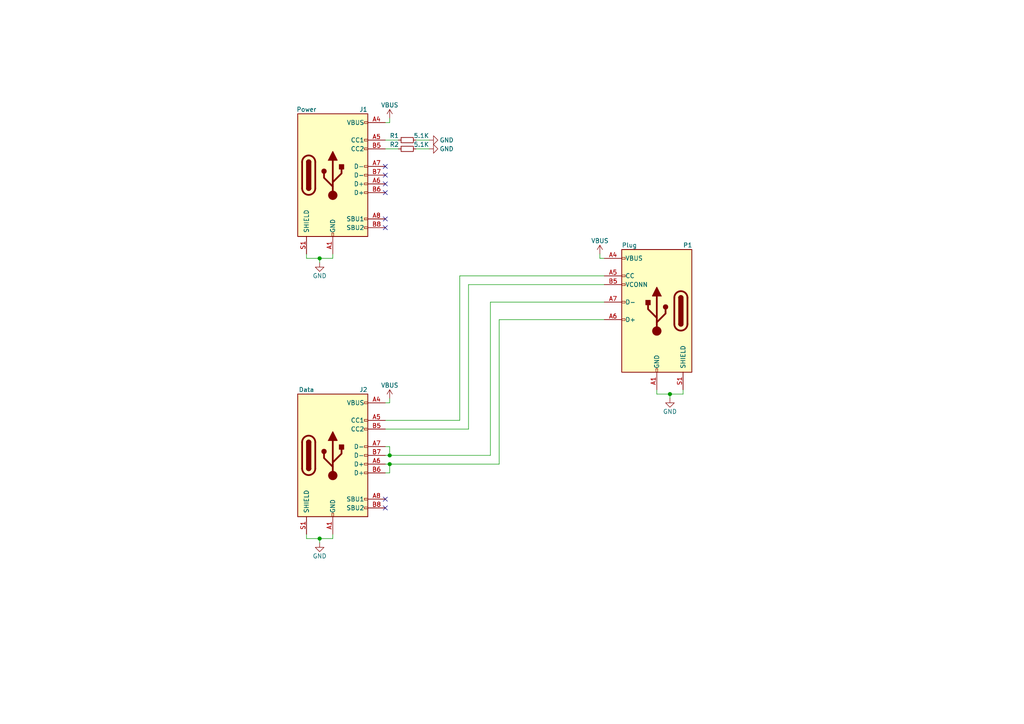
<source format=kicad_sch>
(kicad_sch (version 20210126) (generator eeschema)
  (paper "A4")
  (lib_symbols
    (symbol "Connector:USB_C_Plug_USB2.0" (pin_names (offset 1.016))
      (property "Reference" "P" (at -10.16 19.05 0))
      (property "Value" "USB_C_Plug_USB2.0" (at 12.7 19.05 0))
      (symbol "USB_C_Plug_USB2.0_0_0"
        (rectangle (start -0.254 -17.78) (end 0.254 -16.764))
        (rectangle (start 10.16 -2.286) (end 9.144 -2.794))
        (rectangle (start 10.16 2.794) (end 9.144 2.286))
        (rectangle (start 10.16 7.874) (end 9.144 7.366))
        (rectangle (start 10.16 10.414) (end 9.144 9.906))
        (rectangle (start 10.16 15.494) (end 9.144 14.986))
      )
      (symbol "USB_C_Plug_USB2.0_0_1"
        (arc (start -8.89 -3.81) (end -5.08 -3.81) (radius (at -6.985 -3.81) (length 1.905) (angles -179.9 -0.1)) (stroke (width 0.508)))
        (arc (start -7.62 -3.81) (end -6.35 -3.81) (radius (at -6.985 -3.81) (length 0.635) (angles -179.9 -0.1)) (stroke (width 0.254)))
        (arc (start -7.62 -3.81) (end -6.35 -3.81) (radius (at -6.985 -3.81) (length 0.635) (angles -179.9 -0.1)) (stroke (width 0.254)) (fill (type outline)))
        (arc (start -6.35 3.81) (end -7.62 3.81) (radius (at -6.985 3.81) (length 0.635) (angles 0.1 179.9)) (stroke (width 0.254)) (fill (type outline)))
        (arc (start -6.35 3.81) (end -7.62 3.81) (radius (at -6.985 3.81) (length 0.635) (angles 0.1 179.9)) (stroke (width 0.254)))
        (arc (start -5.08 3.81) (end -8.89 3.81) (radius (at -6.985 3.81) (length 1.905) (angles 0.1 179.9)) (stroke (width 0.508)))
        (circle (center -2.54 1.143) (radius 0.635) (stroke (width 0.254)) (fill (type outline)))
        (circle (center 0 -5.842) (radius 1.27) (fill (type outline)))
        (rectangle (start -10.16 17.78) (end 10.16 -17.78) (stroke (width 0.254)) (fill (type background)))
        (rectangle (start -7.62 -3.81) (end -6.35 3.81) (stroke (width 0.254)) (fill (type outline)))
        (rectangle (start 1.905 1.778) (end 3.175 3.048) (stroke (width 0.254)) (fill (type outline)))
        (polyline (pts (xy -8.89 -3.81) (xy -8.89 3.81)) (stroke (width 0.508)))
        (polyline (pts (xy -5.08 3.81) (xy -5.08 -3.81)) (stroke (width 0.508)))
        (polyline (pts (xy 0 -5.842) (xy 0 4.318)) (stroke (width 0.508)))
        (polyline (pts (xy 0 -3.302) (xy -2.54 -0.762) (xy -2.54 0.508)) (stroke (width 0.508)))
        (polyline (pts (xy 0 -2.032) (xy 2.54 0.508) (xy 2.54 1.778)) (stroke (width 0.508)))
        (polyline (pts (xy -1.27 4.318) (xy 0 6.858) (xy 1.27 4.318) (xy -1.27 4.318)) (stroke (width 0.254)) (fill (type outline)))
      )
      (symbol "USB_C_Plug_USB2.0_1_1"
        (pin passive line (at 0 -22.86 90) (length 5.08) (name "GND") (number "A1"))
        (pin passive line (at 0 -22.86 90) (length 5.08) hide (name "GND") (number "A12"))
        (pin passive line (at 15.24 15.24 180) (length 5.08) (name "VBUS") (number "A4"))
        (pin bidirectional line (at 15.24 10.16 180) (length 5.08) (name "CC") (number "A5"))
        (pin bidirectional line (at 15.24 -2.54 180) (length 5.08) (name "D+") (number "A6"))
        (pin bidirectional line (at 15.24 2.54 180) (length 5.08) (name "D-") (number "A7"))
        (pin passive line (at 15.24 15.24 180) (length 5.08) hide (name "VBUS") (number "A9"))
        (pin passive line (at 0 -22.86 90) (length 5.08) hide (name "GND") (number "B1"))
        (pin passive line (at 0 -22.86 90) (length 5.08) hide (name "GND") (number "B12"))
        (pin passive line (at 15.24 15.24 180) (length 5.08) hide (name "VBUS") (number "B4"))
        (pin bidirectional line (at 15.24 7.62 180) (length 5.08) (name "VCONN") (number "B5"))
        (pin passive line (at 15.24 15.24 180) (length 5.08) hide (name "VBUS") (number "B9"))
        (pin passive line (at -7.62 -22.86 90) (length 5.08) (name "SHIELD") (number "S1"))
      )
    )
    (symbol "Connector:USB_C_Receptacle_USB2.0" (pin_names (offset 1.016))
      (property "Reference" "J" (at -10.16 19.05 0))
      (property "Value" "USB_C_Receptacle_USB2.0" (at 19.05 19.05 0))
      (symbol "USB_C_Receptacle_USB2.0_0_0"
        (rectangle (start -0.254 -17.78) (end 0.254 -16.764))
        (rectangle (start 10.16 -14.986) (end 9.144 -15.494))
        (rectangle (start 10.16 -12.446) (end 9.144 -12.954))
        (rectangle (start 10.16 -4.826) (end 9.144 -5.334))
        (rectangle (start 10.16 -2.286) (end 9.144 -2.794))
        (rectangle (start 10.16 0.254) (end 9.144 -0.254))
        (rectangle (start 10.16 2.794) (end 9.144 2.286))
        (rectangle (start 10.16 7.874) (end 9.144 7.366))
        (rectangle (start 10.16 10.414) (end 9.144 9.906))
        (rectangle (start 10.16 15.494) (end 9.144 14.986))
      )
      (symbol "USB_C_Receptacle_USB2.0_0_1"
        (arc (start -8.89 -3.81) (end -5.08 -3.81) (radius (at -6.985 -3.81) (length 1.905) (angles -179.9 -0.1)) (stroke (width 0.508)))
        (arc (start -7.62 -3.81) (end -6.35 -3.81) (radius (at -6.985 -3.81) (length 0.635) (angles -179.9 -0.1)) (stroke (width 0.254)))
        (arc (start -7.62 -3.81) (end -6.35 -3.81) (radius (at -6.985 -3.81) (length 0.635) (angles -179.9 -0.1)) (stroke (width 0.254)) (fill (type outline)))
        (arc (start -6.35 3.81) (end -7.62 3.81) (radius (at -6.985 3.81) (length 0.635) (angles 0.1 179.9)) (stroke (width 0.254)) (fill (type outline)))
        (arc (start -6.35 3.81) (end -7.62 3.81) (radius (at -6.985 3.81) (length 0.635) (angles 0.1 179.9)) (stroke (width 0.254)))
        (arc (start -5.08 3.81) (end -8.89 3.81) (radius (at -6.985 3.81) (length 1.905) (angles 0.1 179.9)) (stroke (width 0.508)))
        (circle (center -2.54 1.143) (radius 0.635) (stroke (width 0.254)) (fill (type outline)))
        (circle (center 0 -5.842) (radius 1.27) (fill (type outline)))
        (rectangle (start -10.16 17.78) (end 10.16 -17.78) (stroke (width 0.254)) (fill (type background)))
        (rectangle (start -7.62 -3.81) (end -6.35 3.81) (stroke (width 0.254)) (fill (type outline)))
        (rectangle (start 1.905 1.778) (end 3.175 3.048) (stroke (width 0.254)) (fill (type outline)))
        (polyline (pts (xy -8.89 -3.81) (xy -8.89 3.81)) (stroke (width 0.508)))
        (polyline (pts (xy -5.08 3.81) (xy -5.08 -3.81)) (stroke (width 0.508)))
        (polyline (pts (xy 0 -5.842) (xy 0 4.318)) (stroke (width 0.508)))
        (polyline (pts (xy 0 -3.302) (xy -2.54 -0.762) (xy -2.54 0.508)) (stroke (width 0.508)))
        (polyline (pts (xy 0 -2.032) (xy 2.54 0.508) (xy 2.54 1.778)) (stroke (width 0.508)))
        (polyline (pts (xy -1.27 4.318) (xy 0 6.858) (xy 1.27 4.318) (xy -1.27 4.318)) (stroke (width 0.254)) (fill (type outline)))
      )
      (symbol "USB_C_Receptacle_USB2.0_1_1"
        (pin passive line (at 0 -22.86 90) (length 5.08) (name "GND") (number "A1"))
        (pin passive line (at 0 -22.86 90) (length 5.08) hide (name "GND") (number "A12"))
        (pin passive line (at 15.24 15.24 180) (length 5.08) (name "VBUS") (number "A4"))
        (pin bidirectional line (at 15.24 10.16 180) (length 5.08) (name "CC1") (number "A5"))
        (pin bidirectional line (at 15.24 -2.54 180) (length 5.08) (name "D+") (number "A6"))
        (pin bidirectional line (at 15.24 2.54 180) (length 5.08) (name "D-") (number "A7"))
        (pin bidirectional line (at 15.24 -12.7 180) (length 5.08) (name "SBU1") (number "A8"))
        (pin passive line (at 15.24 15.24 180) (length 5.08) hide (name "VBUS") (number "A9"))
        (pin passive line (at 0 -22.86 90) (length 5.08) hide (name "GND") (number "B1"))
        (pin passive line (at 0 -22.86 90) (length 5.08) hide (name "GND") (number "B12"))
        (pin passive line (at 15.24 15.24 180) (length 5.08) hide (name "VBUS") (number "B4"))
        (pin bidirectional line (at 15.24 7.62 180) (length 5.08) (name "CC2") (number "B5"))
        (pin bidirectional line (at 15.24 -5.08 180) (length 5.08) (name "D+") (number "B6"))
        (pin bidirectional line (at 15.24 0 180) (length 5.08) (name "D-") (number "B7"))
        (pin bidirectional line (at 15.24 -15.24 180) (length 5.08) (name "SBU2") (number "B8"))
        (pin passive line (at 15.24 15.24 180) (length 5.08) hide (name "VBUS") (number "B9"))
        (pin passive line (at -7.62 -22.86 90) (length 5.08) (name "SHIELD") (number "S1"))
      )
    )
    (symbol "Device:R_Small" (pin_numbers hide) (pin_names (offset 0.254) hide)
      (property "Reference" "R" (at 0.762 0.508 0))
      (property "Value" "R_Small" (at 0.762 -1.016 0))
      (symbol "R_Small_0_1"
        (rectangle (start -0.762 1.778) (end 0.762 -1.778) (stroke (width 0.2032)))
      )
      (symbol "R_Small_1_1"
        (pin passive line (at 0 2.54 270) (length 0.762) (name "~") (number "1"))
        (pin passive line (at 0 -2.54 90) (length 0.762) (name "~") (number "2"))
      )
    )
    (symbol "power:GND" (power) (pin_names (offset 0))
      (property "Value" "GND" (at 0 -3.81 0))
      (symbol "GND_0_1"
        (polyline (pts (xy 0 0) (xy 0 -1.27) (xy 1.27 -1.27) (xy 0 -2.54) (xy -1.27 -1.27) (xy 0 -1.27)))
      )
      (symbol "GND_1_1"
        (pin power_in line (at 0 0 270) (length 0) hide (name "GND") (number "1"))
      )
    )
    (symbol "power:VBUS" (power) (pin_names (offset 0))
      (property "Value" "VBUS" (at 0 3.81 0))
      (symbol "VBUS_0_1"
        (polyline (pts (xy -0.762 1.27) (xy 0 2.54)))
        (polyline (pts (xy 0 0) (xy 0 2.54)))
        (polyline (pts (xy 0 2.54) (xy 0.762 1.27)))
      )
      (symbol "VBUS_1_1"
        (pin power_in line (at 0 0 90) (length 0) hide (name "VBUS") (number "1"))
      )
    )
  )
  (junction (at 92.71 74.93) (diameter 1.016))
  (junction (at 92.71 156.21) (diameter 1.016))
  (junction (at 113.03 132.08) (diameter 1.016))
  (junction (at 113.03 134.62) (diameter 1.016))
  (junction (at 194.31 114.3) (diameter 1.016))
  (no_connect (at 111.76 48.26))
  (no_connect (at 111.76 50.8))
  (no_connect (at 111.76 53.34))
  (no_connect (at 111.76 55.88))
  (no_connect (at 111.76 63.5))
  (no_connect (at 111.76 66.04))
  (no_connect (at 111.76 144.78))
  (no_connect (at 111.76 147.32))
  (wire (pts (xy 88.9 73.66) (xy 88.9 74.93)))
  (wire (pts (xy 88.9 74.93) (xy 92.71 74.93)))
  (wire (pts (xy 88.9 154.94) (xy 88.9 156.21)))
  (wire (pts (xy 88.9 156.21) (xy 92.71 156.21)))
  (wire (pts (xy 92.71 74.93) (xy 92.71 76.2)))
  (wire (pts (xy 92.71 74.93) (xy 96.52 74.93)))
  (wire (pts (xy 92.71 156.21) (xy 92.71 157.48)))
  (wire (pts (xy 92.71 156.21) (xy 96.52 156.21)))
  (wire (pts (xy 96.52 74.93) (xy 96.52 73.66)))
  (wire (pts (xy 96.52 156.21) (xy 96.52 154.94)))
  (wire (pts (xy 111.76 35.56) (xy 113.03 35.56)))
  (wire (pts (xy 111.76 40.64) (xy 115.57 40.64)))
  (wire (pts (xy 111.76 43.18) (xy 115.57 43.18)))
  (wire (pts (xy 111.76 116.84) (xy 113.03 116.84)))
  (wire (pts (xy 111.76 124.46) (xy 135.89 124.46)))
  (wire (pts (xy 111.76 129.54) (xy 113.03 129.54)))
  (wire (pts (xy 111.76 132.08) (xy 113.03 132.08)))
  (wire (pts (xy 111.76 134.62) (xy 113.03 134.62)))
  (wire (pts (xy 111.76 137.16) (xy 113.03 137.16)))
  (wire (pts (xy 113.03 34.29) (xy 113.03 35.56)))
  (wire (pts (xy 113.03 115.57) (xy 113.03 116.84)))
  (wire (pts (xy 113.03 129.54) (xy 113.03 132.08)))
  (wire (pts (xy 113.03 132.08) (xy 142.24 132.08)))
  (wire (pts (xy 113.03 134.62) (xy 144.78 134.62)))
  (wire (pts (xy 113.03 137.16) (xy 113.03 134.62)))
  (wire (pts (xy 120.65 40.64) (xy 124.46 40.64)))
  (wire (pts (xy 120.65 43.18) (xy 124.46 43.18)))
  (wire (pts (xy 133.35 80.01) (xy 133.35 121.92)))
  (wire (pts (xy 133.35 121.92) (xy 111.76 121.92)))
  (wire (pts (xy 135.89 82.55) (xy 175.26 82.55)))
  (wire (pts (xy 135.89 124.46) (xy 135.89 82.55)))
  (wire (pts (xy 142.24 87.63) (xy 175.26 87.63)))
  (wire (pts (xy 142.24 132.08) (xy 142.24 87.63)))
  (wire (pts (xy 144.78 92.71) (xy 175.26 92.71)))
  (wire (pts (xy 144.78 134.62) (xy 144.78 92.71)))
  (wire (pts (xy 173.99 73.66) (xy 173.99 74.93)))
  (wire (pts (xy 175.26 74.93) (xy 173.99 74.93)))
  (wire (pts (xy 175.26 80.01) (xy 133.35 80.01)))
  (wire (pts (xy 190.5 113.03) (xy 190.5 114.3)))
  (wire (pts (xy 190.5 114.3) (xy 194.31 114.3)))
  (wire (pts (xy 194.31 114.3) (xy 194.31 115.57)))
  (wire (pts (xy 194.31 114.3) (xy 198.12 114.3)))
  (wire (pts (xy 198.12 114.3) (xy 198.12 113.03)))
  (symbol (lib_id "power:VBUS") (at 113.03 34.29 0) (unit 1)
    (property "Reference" "#PWR0102" (effects hide))
    (property "Value" "VBUS" (at 113.03 30.48 0))
  )
  (symbol (lib_id "power:VBUS") (at 113.03 115.57 0) (unit 1)
    (property "Reference" "#PWR0106" (effects hide))
    (property "Value" "VBUS" (at 113.03 111.76 0))
  )
  (symbol (lib_id "power:VBUS") (at 173.99 73.66 0) (unit 1)
    (property "Reference" "#PWR0108" (effects hide))
    (property "Value" "VBUS" (at 173.99 69.85 0))
  )
  (symbol (lib_id "power:GND") (at 92.71 76.2 0) (unit 1)
    (property "Reference" "#PWR0105" (effects hide))
    (property "Value" "GND" (at 92.71 80.01 0))
  )
  (symbol (lib_id "power:GND") (at 92.71 157.48 0) (unit 1)
    (property "Reference" "#PWR0101" (effects hide))
    (property "Value" "GND" (at 92.71 161.29 0))
  )
  (symbol (lib_id "power:GND") (at 124.46 40.64 90) (unit 1)
    (property "Reference" "#PWR0103" (effects hide))
    (property "Value" "GND" (at 129.54 40.64 90))
  )
  (symbol (lib_id "power:GND") (at 124.46 43.18 90) (unit 1)
    (property "Reference" "#PWR0104" (effects hide))
    (property "Value" "GND" (at 129.54 43.18 90))
  )
  (symbol (lib_id "power:GND") (at 194.31 115.57 0) (unit 1)
    (property "Reference" "#PWR0107" (effects hide))
    (property "Value" "GND" (at 194.31 119.38 0))
  )
  (symbol (lib_id "Device:R_Small") (at 118.11 40.64 90) (unit 1)
    (property "Reference" "R1" (at 113.03 39.37 90) (effects (justify right)))
    (property "Value" "5.1K" (at 124.46 39.37 90) (effects (justify left)))
    (property "Footprint" "Resistor_SMD:R_0603_1608Metric" (effects hide))
  )
  (symbol (lib_id "Device:R_Small") (at 118.11 43.18 90) (unit 1)
    (property "Reference" "R2" (at 113.03 41.91 90) (effects (justify right)))
    (property "Value" "5.1K" (at 124.46 41.91 90) (effects (justify left)))
    (property "Footprint" "Resistor_SMD:R_0603_1608Metric" (effects hide))
  )
  (symbol (lib_id "Connector:USB_C_Receptacle_USB2.0") (at 96.52 50.8 0) (unit 1)
    (property "Reference" "J1" (at 105.41 31.75 0))
    (property "Value" "Power" (at 88.9 31.75 0))
    (property "Footprint" "Connector_USB:USB_C_Receptacle_XKB_U262-16XN-4BVC11" (effects hide))
    (property "Datasheet" "https://www.usb.org/sites/default/files/documents/usb_type-c.zip" (effects hide))
  )
  (symbol (lib_id "Connector:USB_C_Receptacle_USB2.0") (at 96.52 132.08 0) (unit 1)
    (property "Reference" "J2" (at 105.41 113.03 0))
    (property "Value" "Data" (at 88.9 113.03 0))
    (property "Footprint" "Connector_USB:USB_C_Receptacle_XKB_U262-16XN-4BVC11" (effects hide))
    (property "Datasheet" "https://www.usb.org/sites/default/files/documents/usb_type-c.zip" (effects hide))
  )
  (symbol (lib_id "Connector:USB_C_Plug_USB2.0") (at 190.5 90.17 0) (mirror y) (unit 1)
    (property "Reference" "P1" (at 198.12 71.12 0) (effects (justify right)))
    (property "Value" "Plug" (at 180.34 71.12 0) (effects (justify right)))
    (property "Footprint" "Connector_USB_Extra:USB_C_Plug_UTC009-C12" (effects hide))
    (property "Datasheet" "https://www.usb.org/sites/default/files/documents/usb_type-c.zip" (effects hide))
  )
)
</source>
